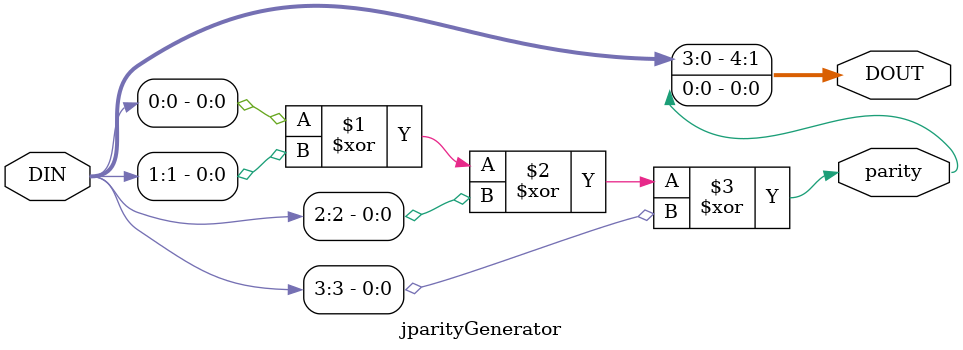
<source format=v>
module jparityGenerator(DOUT, parity, DIN);
  output [4:0] DOUT;
  output parity;
  input [3:0] DIN;
  
  assign parity = DIN[0] ^ DIN[1] ^ DIN[2] ^ DIN[3];
  assign DOUT = { DIN, parity };
  
endmodule
</source>
